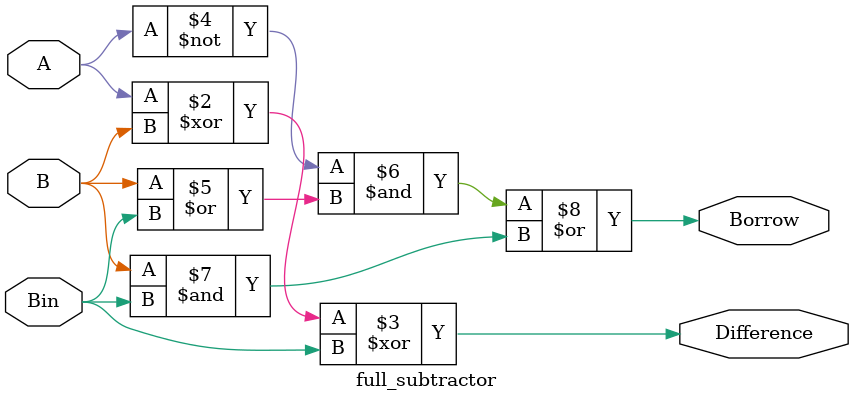
<source format=v>
module full_subtractor (
    input A,
    input B,
    input Bin,
    output reg Difference,
    output reg Borrow
);
    always @(*) begin
        Difference = A ^ B ^ Bin;                    // XOR for difference
        Borrow = (~A & (B | Bin)) | (B & Bin);       // Borrow logic
    end
endmodule
</source>
